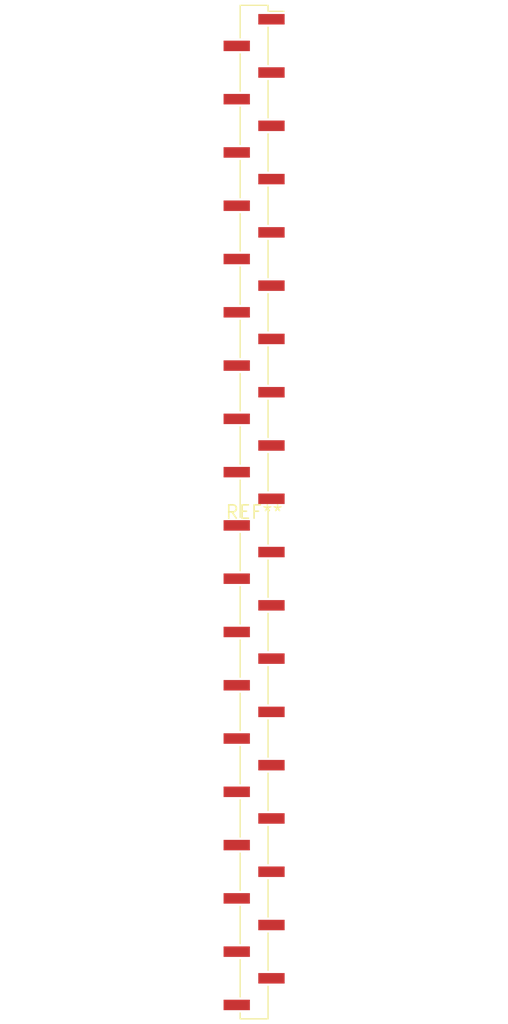
<source format=kicad_pcb>
(kicad_pcb (version 20240108) (generator pcbnew)
  (layers (0 "F.Cu" signal) (31 "B.Cu" signal) (34 "B.Paste" user) (35 "F.Paste" user) (36 "B.SilkS" user "B.Silkscreen") (37 "F.SilkS" user "F.Silkscreen") (38 "B.Mask" user) (39 "F.Mask" user) (44 "Edge.Cuts" user))
  (net 0 "")
  (footprint "PinHeader_1x38_P2.54mm_Vertical_SMD_Pin1Right" (layer "F.Cu") (at 0 0)
    (property "Reference" "REF**")
    (property "Value" "PinHeader_1x38_P2.54mm_Vertical_SMD_Pin1Right")
    (fp_line (start -1.33 -48.32) (end -1.33 -45.21) (layer "F.SilkS") (stroke (width 0.12)))
    (fp_line (start -1.33 -48.32) (end 1.33 -48.32) (layer "F.SilkS") (stroke (width 0.12)))
    (fp_line (start -1.33 -43.69) (end -1.33 -40.13) (layer "F.SilkS") (stroke (width 0.12)))
    (fp_line (start -1.33 -38.61) (end -1.33 -35.05) (layer "F.SilkS") (stroke (width 0.12)))
    (fp_line (start -1.33 -33.53) (end -1.33 -29.97) (layer "F.SilkS") (stroke (width 0.12)))
    (fp_line (start -1.33 -28.45) (end -1.33 -24.89) (layer "F.SilkS") (stroke (width 0.12)))
    (fp_line (start -1.33 -23.37) (end -1.33 -19.81) (layer "F.SilkS") (stroke (width 0.12)))
    (fp_line (start -1.33 -18.29) (end -1.33 -14.73) (layer "F.SilkS") (stroke (width 0.12)))
    (fp_line (start -1.33 -13.21) (end -1.33 -9.65) (layer "F.SilkS") (stroke (width 0.12)))
    (fp_line (start -1.33 -8.13) (end -1.33 -4.57) (layer "F.SilkS") (stroke (width 0.12)))
    (fp_line (start -1.33 -3.05) (end -1.33 0.51) (layer "F.SilkS") (stroke (width 0.12)))
    (fp_line (start -1.33 2.03) (end -1.33 5.59) (layer "F.SilkS") (stroke (width 0.12)))
    (fp_line (start -1.33 7.11) (end -1.33 10.67) (layer "F.SilkS") (stroke (width 0.12)))
    (fp_line (start -1.33 12.19) (end -1.33 15.75) (layer "F.SilkS") (stroke (width 0.12)))
    (fp_line (start -1.33 17.27) (end -1.33 20.83) (layer "F.SilkS") (stroke (width 0.12)))
    (fp_line (start -1.33 22.35) (end -1.33 25.91) (layer "F.SilkS") (stroke (width 0.12)))
    (fp_line (start -1.33 27.43) (end -1.33 30.99) (layer "F.SilkS") (stroke (width 0.12)))
    (fp_line (start -1.33 32.51) (end -1.33 36.07) (layer "F.SilkS") (stroke (width 0.12)))
    (fp_line (start -1.33 37.59) (end -1.33 41.15) (layer "F.SilkS") (stroke (width 0.12)))
    (fp_line (start -1.33 42.67) (end -1.33 46.23) (layer "F.SilkS") (stroke (width 0.12)))
    (fp_line (start -1.33 47.75) (end -1.33 48.32) (layer "F.SilkS") (stroke (width 0.12)))
    (fp_line (start -1.33 48.32) (end 1.33 48.32) (layer "F.SilkS") (stroke (width 0.12)))
    (fp_line (start 1.33 -48.32) (end 1.33 -47.75) (layer "F.SilkS") (stroke (width 0.12)))
    (fp_line (start 1.33 -47.75) (end 2.85 -47.75) (layer "F.SilkS") (stroke (width 0.12)))
    (fp_line (start 1.33 -46.23) (end 1.33 -42.67) (layer "F.SilkS") (stroke (width 0.12)))
    (fp_line (start 1.33 -41.15) (end 1.33 -37.59) (layer "F.SilkS") (stroke (width 0.12)))
    (fp_line (start 1.33 -36.07) (end 1.33 -32.51) (layer "F.SilkS") (stroke (width 0.12)))
    (fp_line (start 1.33 -30.99) (end 1.33 -27.43) (layer "F.SilkS") (stroke (width 0.12)))
    (fp_line (start 1.33 -25.91) (end 1.33 -22.35) (layer "F.SilkS") (stroke (width 0.12)))
    (fp_line (start 1.33 -20.83) (end 1.33 -17.27) (layer "F.SilkS") (stroke (width 0.12)))
    (fp_line (start 1.33 -15.75) (end 1.33 -12.19) (layer "F.SilkS") (stroke (width 0.12)))
    (fp_line (start 1.33 -10.67) (end 1.33 -7.11) (layer "F.SilkS") (stroke (width 0.12)))
    (fp_line (start 1.33 -5.59) (end 1.33 -2.03) (layer "F.SilkS") (stroke (width 0.12)))
    (fp_line (start 1.33 -0.51) (end 1.33 3.05) (layer "F.SilkS") (stroke (width 0.12)))
    (fp_line (start 1.33 4.57) (end 1.33 8.13) (layer "F.SilkS") (stroke (width 0.12)))
    (fp_line (start 1.33 9.65) (end 1.33 13.21) (layer "F.SilkS") (stroke (width 0.12)))
    (fp_line (start 1.33 14.73) (end 1.33 18.29) (layer "F.SilkS") (stroke (width 0.12)))
    (fp_line (start 1.33 19.81) (end 1.33 23.37) (layer "F.SilkS") (stroke (width 0.12)))
    (fp_line (start 1.33 24.89) (end 1.33 28.45) (layer "F.SilkS") (stroke (width 0.12)))
    (fp_line (start 1.33 29.97) (end 1.33 33.53) (layer "F.SilkS") (stroke (width 0.12)))
    (fp_line (start 1.33 35.05) (end 1.33 38.61) (layer "F.SilkS") (stroke (width 0.12)))
    (fp_line (start 1.33 40.13) (end 1.33 43.69) (layer "F.SilkS") (stroke (width 0.12)))
    (fp_line (start 1.33 45.21) (end 1.33 48.32) (layer "F.SilkS") (stroke (width 0.12)))
    (pad "1" smd rect (at 1.655 -46.99) (size 2.51 1) (layers "F.Cu" "F.Paste" "F.Mask"))
    (pad "2" smd rect (at -1.655 -44.45) (size 2.51 1) (layers "F.Cu" "F.Paste" "F.Mask"))
    (pad "3" smd rect (at 1.655 -41.91) (size 2.51 1) (layers "F.Cu" "F.Paste" "F.Mask"))
    (pad "4" smd rect (at -1.655 -39.37) (size 2.51 1) (layers "F.Cu" "F.Paste" "F.Mask"))
    (pad "5" smd rect (at 1.655 -36.83) (size 2.51 1) (layers "F.Cu" "F.Paste" "F.Mask"))
    (pad "6" smd rect (at -1.655 -34.29) (size 2.51 1) (layers "F.Cu" "F.Paste" "F.Mask"))
    (pad "7" smd rect (at 1.655 -31.75) (size 2.51 1) (layers "F.Cu" "F.Paste" "F.Mask"))
    (pad "8" smd rect (at -1.655 -29.21) (size 2.51 1) (layers "F.Cu" "F.Paste" "F.Mask"))
    (pad "9" smd rect (at 1.655 -26.67) (size 2.51 1) (layers "F.Cu" "F.Paste" "F.Mask"))
    (pad "10" smd rect (at -1.655 -24.13) (size 2.51 1) (layers "F.Cu" "F.Paste" "F.Mask"))
    (pad "11" smd rect (at 1.655 -21.59) (size 2.51 1) (layers "F.Cu" "F.Paste" "F.Mask"))
    (pad "12" smd rect (at -1.655 -19.05) (size 2.51 1) (layers "F.Cu" "F.Paste" "F.Mask"))
    (pad "13" smd rect (at 1.655 -16.51) (size 2.51 1) (layers "F.Cu" "F.Paste" "F.Mask"))
    (pad "14" smd rect (at -1.655 -13.97) (size 2.51 1) (layers "F.Cu" "F.Paste" "F.Mask"))
    (pad "15" smd rect (at 1.655 -11.43) (size 2.51 1) (layers "F.Cu" "F.Paste" "F.Mask"))
    (pad "16" smd rect (at -1.655 -8.89) (size 2.51 1) (layers "F.Cu" "F.Paste" "F.Mask"))
    (pad "17" smd rect (at 1.655 -6.35) (size 2.51 1) (layers "F.Cu" "F.Paste" "F.Mask"))
    (pad "18" smd rect (at -1.655 -3.81) (size 2.51 1) (layers "F.Cu" "F.Paste" "F.Mask"))
    (pad "19" smd rect (at 1.655 -1.27) (size 2.51 1) (layers "F.Cu" "F.Paste" "F.Mask"))
    (pad "20" smd rect (at -1.655 1.27) (size 2.51 1) (layers "F.Cu" "F.Paste" "F.Mask"))
    (pad "21" smd rect (at 1.655 3.81) (size 2.51 1) (layers "F.Cu" "F.Paste" "F.Mask"))
    (pad "22" smd rect (at -1.655 6.35) (size 2.51 1) (layers "F.Cu" "F.Paste" "F.Mask"))
    (pad "23" smd rect (at 1.655 8.89) (size 2.51 1) (layers "F.Cu" "F.Paste" "F.Mask"))
    (pad "24" smd rect (at -1.655 11.43) (size 2.51 1) (layers "F.Cu" "F.Paste" "F.Mask"))
    (pad "25" smd rect (at 1.655 13.97) (size 2.51 1) (layers "F.Cu" "F.Paste" "F.Mask"))
    (pad "26" smd rect (at -1.655 16.51) (size 2.51 1) (layers "F.Cu" "F.Paste" "F.Mask"))
    (pad "27" smd rect (at 1.655 19.05) (size 2.51 1) (layers "F.Cu" "F.Paste" "F.Mask"))
    (pad "28" smd rect (at -1.655 21.59) (size 2.51 1) (layers "F.Cu" "F.Paste" "F.Mask"))
    (pad "29" smd rect (at 1.655 24.13) (size 2.51 1) (layers "F.Cu" "F.Paste" "F.Mask"))
    (pad "30" smd rect (at -1.655 26.67) (size 2.51 1) (layers "F.Cu" "F.Paste" "F.Mask"))
    (pad "31" smd rect (at 1.655 29.21) (size 2.51 1) (layers "F.Cu" "F.Paste" "F.Mask"))
    (pad "32" smd rect (at -1.655 31.75) (size 2.51 1) (layers "F.Cu" "F.Paste" "F.Mask"))
    (pad "33" smd rect (at 1.655 34.29) (size 2.51 1) (layers "F.Cu" "F.Paste" "F.Mask"))
    (pad "34" smd rect (at -1.655 36.83) (size 2.51 1) (layers "F.Cu" "F.Paste" "F.Mask"))
    (pad "35" smd rect (at 1.655 39.37) (size 2.51 1) (layers "F.Cu" "F.Paste" "F.Mask"))
    (pad "36" smd rect (at -1.655 41.91) (size 2.51 1) (layers "F.Cu" "F.Paste" "F.Mask"))
    (pad "37" smd rect (at 1.655 44.45) (size 2.51 1) (layers "F.Cu" "F.Paste" "F.Mask"))
    (pad "38" smd rect (at -1.655 46.99) (size 2.51 1) (layers "F.Cu" "F.Paste" "F.Mask"))
  )
)
</source>
